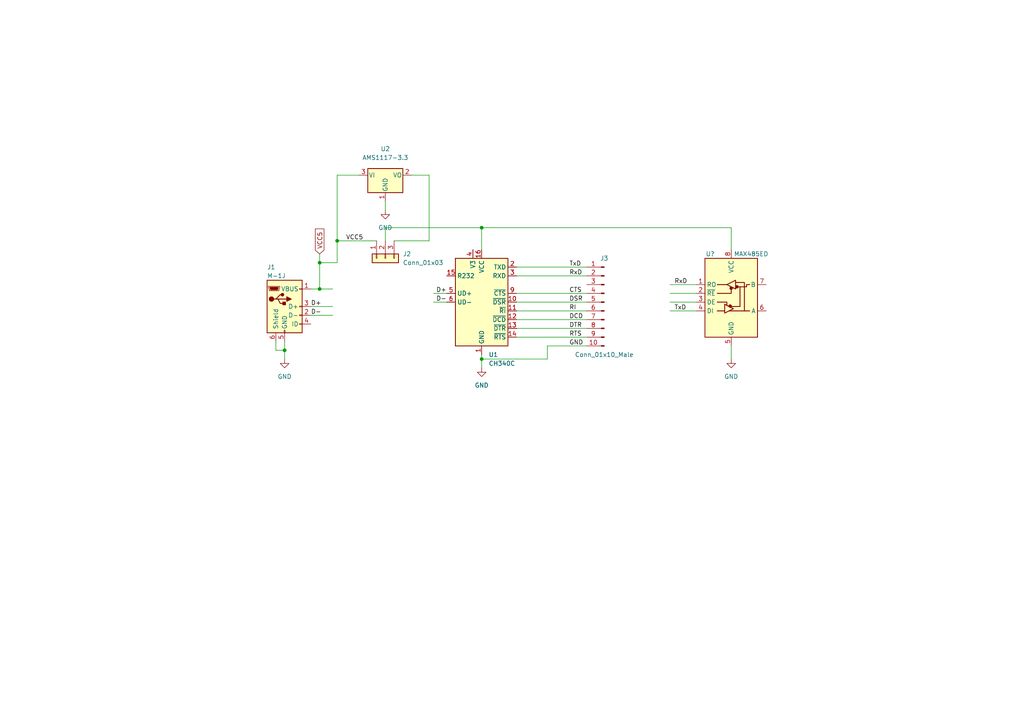
<source format=kicad_sch>
(kicad_sch (version 20211123) (generator eeschema)
  (paper "A4")
  (title_block (title "miniUSB power/serial") (date "2024-01-09") (company "Intetix"))
  (lib_symbols
    (symbol "Connector:Conn_01x10_Male" (pin_names (offset 1.016) hide)
      (property "Reference" "J" (at 0 12.7 0))
      (property "Value" "Conn_01x10_Male" (at 0 -15.24 0))
      (symbol "Conn_01x10_Male_1_1"
        (polyline (pts (xy 1.27 -12.7) (xy 0.8636 -12.7)) (stroke (width 0.1524)))
        (polyline (pts (xy 1.27 -10.16) (xy 0.8636 -10.16)) (stroke (width 0.1524)))
        (polyline (pts (xy 1.27 -7.62) (xy 0.8636 -7.62)) (stroke (width 0.1524)))
        (polyline (pts (xy 1.27 -5.08) (xy 0.8636 -5.08)) (stroke (width 0.1524)))
        (polyline (pts (xy 1.27 -2.54) (xy 0.8636 -2.54)) (stroke (width 0.1524)))
        (polyline (pts (xy 1.27 0) (xy 0.8636 0)) (stroke (width 0.1524)))
        (polyline (pts (xy 1.27 2.54) (xy 0.8636 2.54)) (stroke (width 0.1524)))
        (polyline (pts (xy 1.27 5.08) (xy 0.8636 5.08)) (stroke (width 0.1524)))
        (polyline (pts (xy 1.27 7.62) (xy 0.8636 7.62)) (stroke (width 0.1524)))
        (polyline (pts (xy 1.27 10.16) (xy 0.8636 10.16)) (stroke (width 0.1524)))
        (rectangle (start 0.8636 -12.573) (end 0 -12.827) (stroke (width 0.1524)) (fill (type outline)))
        (rectangle (start 0.8636 -10.033) (end 0 -10.287) (stroke (width 0.1524)) (fill (type outline)))
        (rectangle (start 0.8636 -7.493) (end 0 -7.747) (stroke (width 0.1524)) (fill (type outline)))
        (rectangle (start 0.8636 -4.953) (end 0 -5.207) (stroke (width 0.1524)) (fill (type outline)))
        (rectangle (start 0.8636 -2.413) (end 0 -2.667) (stroke (width 0.1524)) (fill (type outline)))
        (rectangle (start 0.8636 0.127) (end 0 -0.127) (stroke (width 0.1524)) (fill (type outline)))
        (rectangle (start 0.8636 2.667) (end 0 2.413) (stroke (width 0.1524)) (fill (type outline)))
        (rectangle (start 0.8636 5.207) (end 0 4.953) (stroke (width 0.1524)) (fill (type outline)))
        (rectangle (start 0.8636 7.747) (end 0 7.493) (stroke (width 0.1524)) (fill (type outline)))
        (rectangle (start 0.8636 10.287) (end 0 10.033) (stroke (width 0.1524)) (fill (type outline)))
        (pin passive line (at 5.08 10.16 180) (length 3.81) (name "Pin_1") (number "1"))
        (pin passive line (at 5.08 -12.7 180) (length 3.81) (name "Pin_10") (number "10"))
        (pin passive line (at 5.08 7.62 180) (length 3.81) (name "Pin_2") (number "2"))
        (pin passive line (at 5.08 5.08 180) (length 3.81) (name "Pin_3") (number "3"))
        (pin passive line (at 5.08 2.54 180) (length 3.81) (name "Pin_4") (number "4"))
        (pin passive line (at 5.08 0 180) (length 3.81) (name "Pin_5") (number "5"))
        (pin passive line (at 5.08 -2.54 180) (length 3.81) (name "Pin_6") (number "6"))
        (pin passive line (at 5.08 -5.08 180) (length 3.81) (name "Pin_7") (number "7"))
        (pin passive line (at 5.08 -7.62 180) (length 3.81) (name "Pin_8") (number "8"))
        (pin passive line (at 5.08 -10.16 180) (length 3.81) (name "Pin_9") (number "9"))
      )
    )
    (symbol "Connector_Generic:Conn_01x03" (pin_names (offset 1.016) hide)
      (property "Reference" "J" (at 0 5.08 0))
      (property "Value" "Conn_01x03" (at 0 -5.08 0))
      (symbol "Conn_01x03_1_1"
        (rectangle (start -1.27 -2.413) (end 0 -2.667) (stroke (width 0.1524)))
        (rectangle (start -1.27 0.127) (end 0 -0.127) (stroke (width 0.1524)))
        (rectangle (start -1.27 2.667) (end 0 2.413) (stroke (width 0.1524)))
        (rectangle (start -1.27 3.81) (end 1.27 -3.81) (stroke (width 0.254)) (fill (type background)))
        (pin passive line (at -5.08 2.54 0) (length 3.81) (name "Pin_1") (number "1"))
        (pin passive line (at -5.08 0 0) (length 3.81) (name "Pin_2") (number "2"))
        (pin passive line (at -5.08 -2.54 0) (length 3.81) (name "Pin_3") (number "3"))
      )
    )
    (symbol "Interface_USB:CH340C"
      (property "Reference" "U" (at -5.08 13.97 0))
      (property "Value" "CH340C" (at 1.27 13.97 0))
      (symbol "CH340C_0_1"
        (rectangle (start -7.62 12.7) (end 7.62 -12.7) (stroke (width 0.254)) (fill (type background)))
      )
      (symbol "CH340C_1_1"
        (pin power_in line (at 0 -15.24 90) (length 2.54) (name "GND") (number "1"))
        (pin input line (at 10.16 0 180) (length 2.54) (name "~{DSR}") (number "10"))
        (pin input line (at 10.16 -2.54 180) (length 2.54) (name "~{RI}") (number "11"))
        (pin input line (at 10.16 -5.08 180) (length 2.54) (name "~{DCD}") (number "12"))
        (pin output line (at 10.16 -7.62 180) (length 2.54) (name "~{DTR}") (number "13"))
        (pin output line (at 10.16 -10.16 180) (length 2.54) (name "~{RTS}") (number "14"))
        (pin input line (at -10.16 7.62 0) (length 2.54) (name "R232") (number "15"))
        (pin power_in line (at 0 15.24 270) (length 2.54) (name "VCC") (number "16"))
        (pin output line (at 10.16 10.16 180) (length 2.54) (name "TXD") (number "2"))
        (pin input line (at 10.16 7.62 180) (length 2.54) (name "RXD") (number "3"))
        (pin passive line (at -2.54 15.24 270) (length 2.54) (name "V3") (number "4"))
        (pin bidirectional line (at -10.16 2.54 0) (length 2.54) (name "UD+") (number "5"))
        (pin bidirectional line (at -10.16 0 0) (length 2.54) (name "UD-") (number "6"))
        (pin no_connect line (at -7.62 -7.62 0) (length 2.54) hide (name "NC") (number "7"))
        (pin no_connect line (at -7.62 -10.16 0) (length 2.54) hide (name "NC") (number "8"))
        (pin input line (at 10.16 2.54 180) (length 2.54) (name "~{CTS}") (number "9"))
      )
    )
    (symbol "Regulator_Linear:AMS1117-3.3" (pin_names (offset 0.254))
      (property "Reference" "U" (at -3.81 3.175 0))
      (property "Value" "AMS1117-3.3" (at 0 3.175 0))
      (symbol "AMS1117-3.3_0_1"
        (rectangle (start -5.08 -5.08) (end 5.08 1.905) (stroke (width 0.254)) (fill (type background)))
      )
      (symbol "AMS1117-3.3_1_1"
        (pin power_in line (at 0 -7.62 90) (length 2.54) (name "GND") (number "1"))
        (pin power_out line (at 7.62 0 180) (length 2.54) (name "VO") (number "2"))
        (pin power_in line (at -7.62 0 0) (length 2.54) (name "VI") (number "3"))
      )
    )
    (symbol "connector:M-1J" (pin_names (offset 1.016))
      (property "Reference" "J" (at -5.08 11.43 0))
      (property "Value" "M-1J" (at -5.08 8.89 0))
      (symbol "M-1J_0_1"
        (rectangle (start -5.08 -7.62) (end 5.08 7.62) (stroke (width 0.254)) (fill (type background)))
        (circle (center -3.81 2.159) (radius 0.635) (stroke (width 0.254)) (fill (type outline)))
        (circle (center -0.635 3.429) (radius 0.381) (stroke (width 0.254)) (fill (type outline)))
        (rectangle (start -0.127 -7.62) (end 0.127 -6.858))
        (polyline (pts (xy -1.905 2.159) (xy 0.635 2.159)) (stroke (width 0.254)))
        (polyline (pts (xy -3.175 2.159) (xy -2.54 2.159) (xy -1.27 3.429) (xy -0.635 3.429)) (stroke (width 0.254)))
        (polyline (pts (xy -2.54 2.159) (xy -1.905 2.159) (xy -1.27 0.889) (xy 0 0.889)) (stroke (width 0.254)))
        (polyline (pts (xy 0.635 2.794) (xy 0.635 1.524) (xy 1.905 2.159) (xy 0.635 2.794)) (stroke (width 0.254)) (fill (type outline)))
        (polyline (pts (xy -4.318 5.588) (xy -1.778 5.588) (xy -2.032 4.826) (xy -4.064 4.826) (xy -4.318 5.588)) (fill (type outline)))
        (polyline (pts (xy -4.699 5.842) (xy -4.699 5.588) (xy -4.445 4.826) (xy -4.445 4.572) (xy -1.651 4.572) (xy -1.651 4.826) (xy -1.397 5.588) (xy -1.397 5.842) (xy -4.699 5.842)))
        (rectangle (start 0.254 1.27) (end -0.508 0.508) (stroke (width 0.254)) (fill (type outline)))
        (rectangle (start 5.08 -5.207) (end 4.318 -4.953))
        (rectangle (start 5.08 -2.667) (end 4.318 -2.413))
        (rectangle (start 5.08 -0.127) (end 4.318 0.127))
        (rectangle (start 5.08 4.953) (end 4.318 5.207))
      )
      (symbol "M-1J_1_1"
        (pin power_out line (at 7.62 5.08 180) (length 2.54) (name "VBUS") (number "1"))
        (pin bidirectional line (at 7.62 -2.54 180) (length 2.54) (name "D-") (number "2"))
        (pin bidirectional line (at 7.62 0 180) (length 2.54) (name "D+") (number "3"))
        (pin passive line (at 7.62 -5.08 180) (length 2.54) (name "ID") (number "4"))
        (pin power_out line (at 0 -10.16 90) (length 2.54) (name "GND") (number "5"))
        (pin passive line (at -2.54 -10.16 90) (length 2.54) (name "Shield") (number "6"))
      )
    )
    (symbol "ic:MAX485ED"
      (property "Reference" "U" (at -6.096 11.43 0))
      (property "Value" "MAX485ED" (at 0.762 11.43 0))
      (symbol "MAX485ED_0_1"
        (rectangle (start -7.62 10.16) (end 7.62 -12.7) (stroke (width 0.254)) (fill (type background)))
        (circle (center -0.3048 -3.683) (radius 0.3556) (stroke (width 0.254)) (fill (type outline)))
        (circle (center -0.0254 1.4986) (radius 0.3556) (stroke (width 0.254)) (fill (type outline)))
        (polyline (pts (xy -4.064 -5.08) (xy -1.905 -5.08)) (stroke (width 0.254)))
        (polyline (pts (xy -4.064 2.54) (xy -1.27 2.54)) (stroke (width 0.254)))
        (polyline (pts (xy -1.27 -3.2004) (xy -1.27 -3.4544)) (stroke (width 0.254)))
        (polyline (pts (xy -0.635 -5.08) (xy 5.334 -5.08)) (stroke (width 0.254)))
        (polyline (pts (xy -4.064 -2.54) (xy -1.27 -2.54) (xy -1.27 -3.175)) (stroke (width 0.254)))
        (polyline (pts (xy 0 1.27) (xy 0 0) (xy -4.064 0)) (stroke (width 0.254)))
        (polyline (pts (xy 1.27 3.175) (xy 3.81 3.175) (xy 3.81 -5.08)) (stroke (width 0.254)))
        (polyline (pts (xy 2.54 1.905) (xy 2.54 -3.81) (xy 0 -3.81)) (stroke (width 0.254)))
        (polyline (pts (xy -1.905 -3.175) (xy -1.905 -5.715) (xy 0.635 -4.445) (xy -1.905 -3.175)) (stroke (width 0.254)))
        (polyline (pts (xy -1.27 2.54) (xy 1.27 3.81) (xy 1.27 1.27) (xy -1.27 2.54)) (stroke (width 0.254)))
        (polyline (pts (xy 1.905 1.905) (xy 4.445 1.905) (xy 4.445 2.54) (xy 5.334 2.54)) (stroke (width 0.254)))
        (rectangle (start 1.27 3.175) (end 1.27 3.175))
        (circle (center 1.651 1.905) (radius 0.3556) (stroke (width 0.254)) (fill (type outline)))
      )
      (symbol "MAX485ED_1_1"
        (pin output line (at -10.16 2.54 0) (length 2.54) (name "RO") (number "1"))
        (pin input line (at -10.16 0 0) (length 2.54) (name "~{RE}") (number "2"))
        (pin input line (at -10.16 -2.54 0) (length 2.54) (name "DE") (number "3"))
        (pin input line (at -10.16 -5.08 0) (length 2.54) (name "DI") (number "4"))
        (pin power_in line (at 0 -15.24 90) (length 2.54) (name "GND") (number "5"))
        (pin bidirectional line (at 10.16 -5.08 180) (length 2.54) (name "A") (number "6"))
        (pin bidirectional line (at 10.16 2.54 180) (length 2.54) (name "B") (number "7"))
        (pin power_in line (at 0 12.7 270) (length 2.54) (name "VCC") (number "8"))
      )
    )
    (symbol "power:GND" (power) (pin_names (offset 0))
      (property "Value" "GND" (at 0 -3.81 0))
      (symbol "GND_0_1"
        (polyline (pts (xy 0 0) (xy 0 -1.27) (xy 1.27 -1.27) (xy 0 -2.54) (xy -1.27 -1.27) (xy 0 -1.27)))
      )
      (symbol "GND_1_1"
        (pin power_in line (at 0 0 270) (length 0) hide (name "GND") (number "1"))
      )
    )
  )
  (junction (at 97.79 69.85))
  (junction (at 139.7 66.04))
  (junction (at 82.55 101.6))
  (junction (at 92.71 83.82))
  (junction (at 139.7 104.14))
  (junction (at 92.71 76.2))
  (wire (pts (xy 80.01 99.06) (xy 80.01 101.6)))
  (wire (pts (xy 97.79 50.8) (xy 97.79 69.85)))
  (wire (pts (xy 104.14 50.8) (xy 97.79 50.8)))
  (wire (pts (xy 212.09 66.04) (xy 212.09 72.39)))
  (wire (pts (xy 125.73 87.63) (xy 129.54 87.63)))
  (wire (pts (xy 124.46 50.8) (xy 124.46 69.85)))
  (wire (pts (xy 194.31 82.55) (xy 201.93 82.55)))
  (wire (pts (xy 194.31 90.17) (xy 201.93 90.17)))
  (wire (pts (xy 149.86 77.47) (xy 170.18 77.47)))
  (wire (pts (xy 194.31 85.09) (xy 201.93 85.09)))
  (wire (pts (xy 90.17 83.82) (xy 92.71 83.82)))
  (wire (pts (xy 212.09 100.33) (xy 212.09 104.14)))
  (wire (pts (xy 97.79 69.85) (xy 97.79 76.2)))
  (wire (pts (xy 111.76 58.42) (xy 111.76 60.96)))
  (wire (pts (xy 139.7 104.14) (xy 158.75 104.14)))
  (wire (pts (xy 111.76 69.85) (xy 111.76 66.04)))
  (wire (pts (xy 92.71 76.2) (xy 92.71 83.82)))
  (wire (pts (xy 124.46 69.85) (xy 114.3 69.85)))
  (wire (pts (xy 111.76 66.04) (xy 139.7 66.04)))
  (wire (pts (xy 149.86 97.79) (xy 170.18 97.79)))
  (wire (pts (xy 92.71 73.66) (xy 92.71 76.2)))
  (wire (pts (xy 149.86 85.09) (xy 170.18 85.09)))
  (wire (pts (xy 149.86 87.63) (xy 170.18 87.63)))
  (wire (pts (xy 149.86 92.71) (xy 170.18 92.71)))
  (wire (pts (xy 149.86 95.25) (xy 170.18 95.25)))
  (wire (pts (xy 139.7 66.04) (xy 212.09 66.04)))
  (wire (pts (xy 109.22 69.85) (xy 97.79 69.85)))
  (wire (pts (xy 82.55 99.06) (xy 82.55 101.6)))
  (wire (pts (xy 90.17 91.44) (xy 96.52 91.44)))
  (wire (pts (xy 158.75 100.33) (xy 170.18 100.33)))
  (wire (pts (xy 139.7 66.04) (xy 139.7 72.39)))
  (wire (pts (xy 125.73 85.09) (xy 129.54 85.09)))
  (wire (pts (xy 82.55 101.6) (xy 82.55 104.14)))
  (wire (pts (xy 139.7 102.87) (xy 139.7 104.14)))
  (wire (pts (xy 92.71 83.82) (xy 96.52 83.82)))
  (wire (pts (xy 97.79 76.2) (xy 92.71 76.2)))
  (wire (pts (xy 194.31 87.63) (xy 201.93 87.63)))
  (wire (pts (xy 149.86 80.01) (xy 170.18 80.01)))
  (wire (pts (xy 80.01 101.6) (xy 82.55 101.6)))
  (wire (pts (xy 119.38 50.8) (xy 124.46 50.8)))
  (wire (pts (xy 149.86 90.17) (xy 170.18 90.17)))
  (wire (pts (xy 90.17 88.9) (xy 96.52 88.9)))
  (wire (pts (xy 158.75 104.14) (xy 158.75 100.33)))
  (wire (pts (xy 139.7 104.14) (xy 139.7 106.68)))
  (label "D-" (at 90.17 91.44 0))
  (label "RxD" (at 165.1 80.01 0))
  (label "TxD" (at 165.1 77.47 0))
  (label "VCC5" (at 100.33 69.85 0))
  (label "DSR" (at 165.1 87.63 0))
  (label "D+" (at 129.54 85.09 180))
  (label "RI" (at 165.1 90.17 0))
  (label "D+" (at 90.17 88.9 0))
  (label "CTS" (at 165.1 85.09 0))
  (label "RTS" (at 165.1 97.79 0))
  (label "D-" (at 129.54 87.63 180))
  (label "DTR" (at 165.1 95.25 0))
  (label "TxD" (at 195.58 90.17 0))
  (label "DCD" (at 165.1 92.71 0))
  (label "RxD" (at 195.58 82.55 0))
  (label "GND" (at 165.1 100.33 0))
  (global_label "VCC5" (shape input) (at 92.71 73.66 90) (property "Intersheet References" "${INTERSHEET_REFS}" (effects hide)))
  (symbol (lib_id "ic:MAX485ED") (at 212.09 85.09 0) (unit 1)
    (property "Reference" "U?" (at 205.994 73.66 0))
    (property "Value" "MAX485ED" (at 212.852 73.66 0) (effects (justify left)))
    (property "Footprint" "smd:SOP-8_3.76x4.96mm_P1.27mm" (effects hide))
    (property "Datasheet" "https://datasheets.maximintegrated.com/en/ds/MAX1487E-MAX491E.pdf" (effects hide))
  )
  (symbol (lib_id "power:GND") (at 212.09 104.14 0) (unit 1)
    (property "Reference" "#PWR?" (effects hide))
    (property "Value" "GND" (at 212.09 109.22 0))
  )
  (symbol (lib_id "Regulator_Linear:AMS1117-3.3") (at 111.76 50.8 0) (unit 1)
    (property "Reference" "U2" (at 111.76 43.18 0))
    (property "Value" "AMS1117-3.3" (at 111.76 45.72 0))
    (property "Footprint" "Package_TO_SOT_SMD:SOT-223-3_TabPin2" (effects hide))
    (property "Datasheet" "http://www.advanced-monolithic.com/pdf/ds1117.pdf" (effects hide))
  )
  (symbol (lib_id "Connector_Generic:Conn_01x03") (at 111.76 74.93 90) (mirror x) (unit 1)
    (property "Reference" "J2" (at 116.84 73.6599 90) (effects (justify right)))
    (property "Value" "Conn_01x03" (at 116.84 76.1999 90) (effects (justify right)))
  )
  (symbol (lib_id "Connector:Conn_01x10_Male") (at 175.26 87.63 0) (mirror y) (unit 1)
    (property "Reference" "J3" (at 175.26 74.93 0))
    (property "Value" "Conn_01x10_Male" (at 175.26 102.87 0))
  )
  (symbol (lib_id "power:GND") (at 139.7 106.68 0) (unit 1)
    (property "Reference" "#PWR0102" (effects hide))
    (property "Value" "GND" (at 139.7 111.76 0))
  )
  (symbol (lib_id "power:GND") (at 82.55 104.14 0) (unit 1)
    (property "Reference" "#PWR0101" (effects hide))
    (property "Value" "GND" (at 82.55 109.22 0))
  )
  (symbol (lib_id "connector:M-1J") (at 82.55 88.9 0) (unit 1)
    (property "Reference" "J1" (at 77.47 77.47 0) (effects (justify left)))
    (property "Value" "M-1J" (at 77.47 80.01 0) (effects (justify left)))
    (property "Footprint" "connector:USB_Mini-B_DS1104" (effects hide))
  )
  (symbol (lib_id "Interface_USB:CH340C") (at 139.7 87.63 0) (unit 1)
    (property "Reference" "U1" (at 141.7194 102.87 0) (effects (justify left)))
    (property "Value" "CH340C" (at 141.7194 105.41 0) (effects (justify left)))
    (property "Footprint" "Package_SO:SOIC-16_3.9x9.9mm_P1.27mm" (effects hide))
    (property "Datasheet" "https://datasheet.lcsc.com/szlcsc/Jiangsu-Qin-Heng-CH340C_C84681.pdf" (effects hide))
  )
  (symbol (lib_id "power:GND") (at 111.76 60.96 0) (unit 1)
    (property "Reference" "#PWR0103" (effects hide))
    (property "Value" "GND" (at 111.76 66.04 0))
  )
)
</source>
